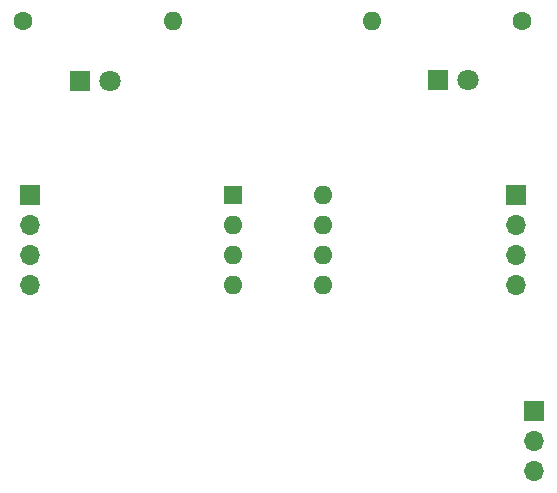
<source format=gbr>
%TF.GenerationSoftware,KiCad,Pcbnew,8.0.8*%
%TF.CreationDate,2025-02-18T10:54:12-06:00*%
%TF.ProjectId,ATTinyFlashLEDs_noSwitch,41545469-6e79-4466-9c61-73684c454473,rev?*%
%TF.SameCoordinates,Original*%
%TF.FileFunction,Soldermask,Top*%
%TF.FilePolarity,Negative*%
%FSLAX46Y46*%
G04 Gerber Fmt 4.6, Leading zero omitted, Abs format (unit mm)*
G04 Created by KiCad (PCBNEW 8.0.8) date 2025-02-18 10:54:12*
%MOMM*%
%LPD*%
G01*
G04 APERTURE LIST*
%ADD10R,1.600000X1.600000*%
%ADD11O,1.600000X1.600000*%
%ADD12R,1.700000X1.700000*%
%ADD13O,1.700000X1.700000*%
%ADD14C,1.600000*%
%ADD15R,1.800000X1.800000*%
%ADD16C,1.800000*%
G04 APERTURE END LIST*
D10*
%TO.C,U1*%
X115707000Y-86116000D03*
D11*
X115707000Y-88656000D03*
X115707000Y-91196000D03*
X115707000Y-93736000D03*
X123327000Y-93736000D03*
X123327000Y-91196000D03*
X123327000Y-88656000D03*
X123327000Y-86116000D03*
%TD*%
D12*
%TO.C,J1*%
X98552000Y-86106000D03*
D13*
X98552000Y-88646000D03*
X98552000Y-91186000D03*
X98552000Y-93726000D03*
%TD*%
D14*
%TO.C,R4*%
X97917000Y-71374000D03*
D11*
X110617000Y-71374000D03*
%TD*%
D15*
%TO.C,D2*%
X133096000Y-76327000D03*
D16*
X135636000Y-76327000D03*
%TD*%
D12*
%TO.C,J3*%
X141224000Y-104409000D03*
D13*
X141224000Y-106949000D03*
X141224000Y-109489000D03*
%TD*%
D15*
%TO.C,D1*%
X102743000Y-76454000D03*
D16*
X105283000Y-76454000D03*
%TD*%
D12*
%TO.C,J2*%
X139700000Y-86116000D03*
D13*
X139700000Y-88656000D03*
X139700000Y-91196000D03*
X139700000Y-93736000D03*
%TD*%
D14*
%TO.C,R3*%
X140208000Y-71374000D03*
D11*
X127508000Y-71374000D03*
%TD*%
M02*

</source>
